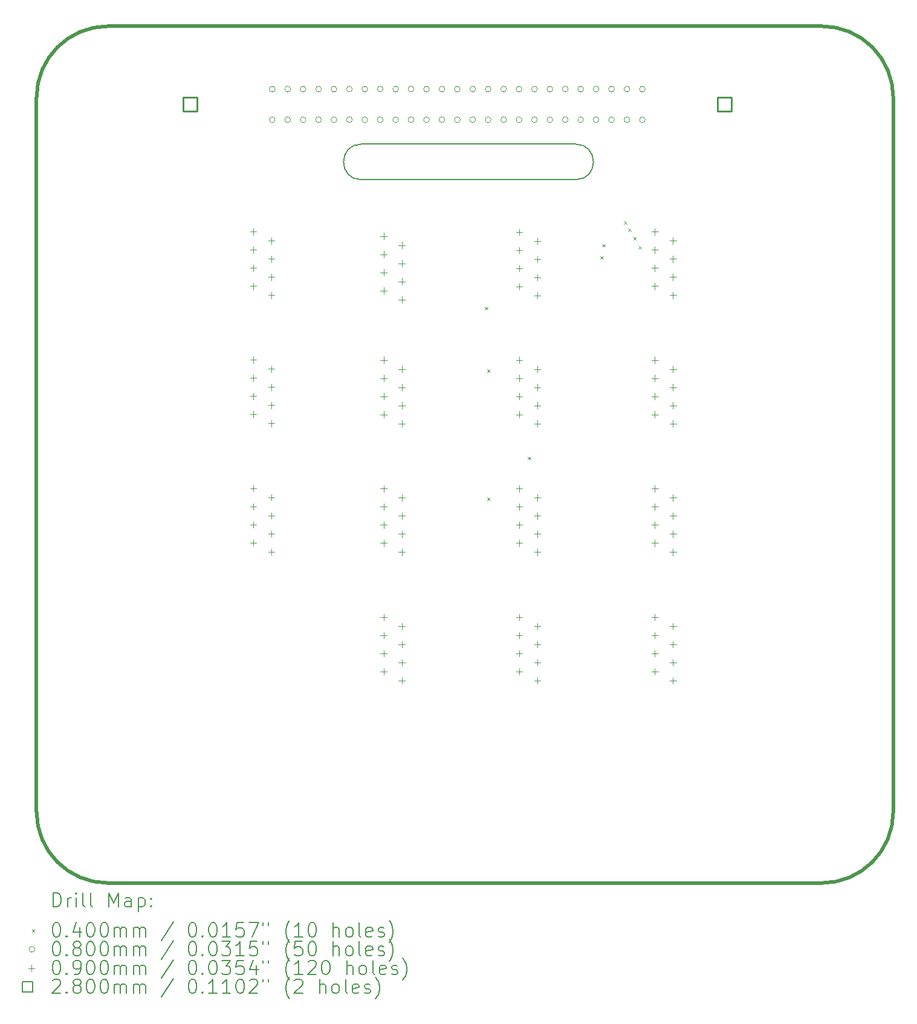
<source format=gbr>
%TF.GenerationSoftware,KiCad,Pcbnew,(6.0.11)*%
%TF.CreationDate,2024-04-14T00:07:31+01:00*%
%TF.ProjectId,RJ21_RJ45_PRIMARY_BREAKOUT,524a3231-5f52-44a3-9435-5f5052494d41,rev?*%
%TF.SameCoordinates,Original*%
%TF.FileFunction,Drillmap*%
%TF.FilePolarity,Positive*%
%FSLAX45Y45*%
G04 Gerber Fmt 4.5, Leading zero omitted, Abs format (unit mm)*
G04 Created by KiCad (PCBNEW (6.0.11)) date 2024-04-14 00:07:31*
%MOMM*%
%LPD*%
G01*
G04 APERTURE LIST*
%ADD10C,0.500000*%
%ADD11C,0.150000*%
%ADD12C,0.200000*%
%ADD13C,0.040000*%
%ADD14C,0.080000*%
%ADD15C,0.090000*%
%ADD16C,0.280000*%
G04 APERTURE END LIST*
D10*
X11000000Y-5000000D02*
X21000000Y-5000000D01*
X10000000Y-6000000D02*
X10000000Y-16000000D01*
X22000000Y-6000000D02*
X22000000Y-16000000D01*
X21000000Y-17000000D02*
X11000000Y-17000000D01*
X10000000Y-16000000D02*
G75*
G03*
X11000000Y-17000000I1000000J0D01*
G01*
X21000000Y-17000000D02*
G75*
G03*
X22000000Y-16000000I0J1000000D01*
G01*
X22000000Y-6000000D02*
G75*
G03*
X21000000Y-5000000I-1000000J0D01*
G01*
D11*
X14550000Y-7150000D02*
X17550000Y-7150000D01*
X17550000Y-7150000D02*
G75*
G03*
X17550000Y-6650000I0J250000D01*
G01*
D10*
X11000000Y-5000000D02*
G75*
G03*
X10000000Y-6000000I0J-1000000D01*
G01*
D11*
X14550000Y-6650000D02*
G75*
G03*
X14550000Y-7150000I0J-250000D01*
G01*
X14550000Y-6650000D02*
X17550000Y-6650000D01*
D12*
D13*
X16280000Y-8930000D02*
X16320000Y-8970000D01*
X16320000Y-8930000D02*
X16280000Y-8970000D01*
X16310000Y-9810000D02*
X16350000Y-9850000D01*
X16350000Y-9810000D02*
X16310000Y-9850000D01*
X16310000Y-11600000D02*
X16350000Y-11640000D01*
X16350000Y-11600000D02*
X16310000Y-11640000D01*
X16880000Y-11030000D02*
X16920000Y-11070000D01*
X16920000Y-11030000D02*
X16880000Y-11070000D01*
X17900000Y-8220000D02*
X17940000Y-8260000D01*
X17940000Y-8220000D02*
X17900000Y-8260000D01*
X17919999Y-8050000D02*
X17959999Y-8090000D01*
X17959999Y-8050000D02*
X17919999Y-8090000D01*
X18230000Y-7730000D02*
X18270000Y-7770000D01*
X18270000Y-7730000D02*
X18230000Y-7770000D01*
X18284999Y-7835887D02*
X18324999Y-7875887D01*
X18324999Y-7835887D02*
X18284999Y-7875887D01*
X18357499Y-7950711D02*
X18397499Y-7990711D01*
X18397499Y-7950711D02*
X18357499Y-7990711D01*
X18430000Y-8080000D02*
X18470000Y-8120000D01*
X18470000Y-8080000D02*
X18430000Y-8120000D01*
D14*
X13341995Y-5881000D02*
G75*
G03*
X13341995Y-5881000I-40000J0D01*
G01*
X13341995Y-6310000D02*
G75*
G03*
X13341995Y-6310000I-40000J0D01*
G01*
X13557995Y-5881000D02*
G75*
G03*
X13557995Y-5881000I-40000J0D01*
G01*
X13557995Y-6310000D02*
G75*
G03*
X13557995Y-6310000I-40000J0D01*
G01*
X13773995Y-5881000D02*
G75*
G03*
X13773995Y-5881000I-40000J0D01*
G01*
X13773995Y-6310000D02*
G75*
G03*
X13773995Y-6310000I-40000J0D01*
G01*
X13989996Y-5881000D02*
G75*
G03*
X13989996Y-5881000I-40000J0D01*
G01*
X13989996Y-6310000D02*
G75*
G03*
X13989996Y-6310000I-40000J0D01*
G01*
X14205996Y-5881000D02*
G75*
G03*
X14205996Y-5881000I-40000J0D01*
G01*
X14205996Y-6310000D02*
G75*
G03*
X14205996Y-6310000I-40000J0D01*
G01*
X14421997Y-5881000D02*
G75*
G03*
X14421997Y-5881000I-40000J0D01*
G01*
X14421997Y-6310000D02*
G75*
G03*
X14421997Y-6310000I-40000J0D01*
G01*
X14637997Y-5881000D02*
G75*
G03*
X14637997Y-5881000I-40000J0D01*
G01*
X14637997Y-6310000D02*
G75*
G03*
X14637997Y-6310000I-40000J0D01*
G01*
X14853998Y-5881000D02*
G75*
G03*
X14853998Y-5881000I-40000J0D01*
G01*
X14853998Y-6310000D02*
G75*
G03*
X14853998Y-6310000I-40000J0D01*
G01*
X15069998Y-5881000D02*
G75*
G03*
X15069998Y-5881000I-40000J0D01*
G01*
X15069998Y-6310000D02*
G75*
G03*
X15069998Y-6310000I-40000J0D01*
G01*
X15285998Y-5881000D02*
G75*
G03*
X15285998Y-5881000I-40000J0D01*
G01*
X15285998Y-6310000D02*
G75*
G03*
X15285998Y-6310000I-40000J0D01*
G01*
X15501999Y-5881000D02*
G75*
G03*
X15501999Y-5881000I-40000J0D01*
G01*
X15501999Y-6310000D02*
G75*
G03*
X15501999Y-6310000I-40000J0D01*
G01*
X15717999Y-5881000D02*
G75*
G03*
X15717999Y-5881000I-40000J0D01*
G01*
X15717999Y-6310000D02*
G75*
G03*
X15717999Y-6310000I-40000J0D01*
G01*
X15934000Y-5881000D02*
G75*
G03*
X15934000Y-5881000I-40000J0D01*
G01*
X15934000Y-6310000D02*
G75*
G03*
X15934000Y-6310000I-40000J0D01*
G01*
X16150000Y-5881000D02*
G75*
G03*
X16150000Y-5881000I-40000J0D01*
G01*
X16150000Y-6310000D02*
G75*
G03*
X16150000Y-6310000I-40000J0D01*
G01*
X16366002Y-5881000D02*
G75*
G03*
X16366002Y-5881000I-40000J0D01*
G01*
X16366002Y-6310000D02*
G75*
G03*
X16366002Y-6310000I-40000J0D01*
G01*
X16582001Y-5881000D02*
G75*
G03*
X16582001Y-5881000I-40000J0D01*
G01*
X16582001Y-6310000D02*
G75*
G03*
X16582001Y-6310000I-40000J0D01*
G01*
X16798003Y-5881000D02*
G75*
G03*
X16798003Y-5881000I-40000J0D01*
G01*
X16798003Y-6310000D02*
G75*
G03*
X16798003Y-6310000I-40000J0D01*
G01*
X17014002Y-5881000D02*
G75*
G03*
X17014002Y-5881000I-40000J0D01*
G01*
X17014002Y-6310000D02*
G75*
G03*
X17014002Y-6310000I-40000J0D01*
G01*
X17230002Y-5881000D02*
G75*
G03*
X17230002Y-5881000I-40000J0D01*
G01*
X17230002Y-6310000D02*
G75*
G03*
X17230002Y-6310000I-40000J0D01*
G01*
X17446003Y-5881000D02*
G75*
G03*
X17446003Y-5881000I-40000J0D01*
G01*
X17446003Y-6310000D02*
G75*
G03*
X17446003Y-6310000I-40000J0D01*
G01*
X17662003Y-5881000D02*
G75*
G03*
X17662003Y-5881000I-40000J0D01*
G01*
X17662003Y-6310000D02*
G75*
G03*
X17662003Y-6310000I-40000J0D01*
G01*
X17878003Y-5881000D02*
G75*
G03*
X17878003Y-5881000I-40000J0D01*
G01*
X17878003Y-6310000D02*
G75*
G03*
X17878003Y-6310000I-40000J0D01*
G01*
X18094003Y-5881000D02*
G75*
G03*
X18094003Y-5881000I-40000J0D01*
G01*
X18094003Y-6310000D02*
G75*
G03*
X18094003Y-6310000I-40000J0D01*
G01*
X18310003Y-5881000D02*
G75*
G03*
X18310003Y-5881000I-40000J0D01*
G01*
X18310003Y-6310000D02*
G75*
G03*
X18310003Y-6310000I-40000J0D01*
G01*
X18526004Y-5881000D02*
G75*
G03*
X18526004Y-5881000I-40000J0D01*
G01*
X18526004Y-6310000D02*
G75*
G03*
X18526004Y-6310000I-40000J0D01*
G01*
D15*
X13035000Y-7834270D02*
X13035000Y-7924270D01*
X12990000Y-7879270D02*
X13080000Y-7879270D01*
X13035000Y-8088270D02*
X13035000Y-8178270D01*
X12990000Y-8133270D02*
X13080000Y-8133270D01*
X13035000Y-8342270D02*
X13035000Y-8432270D01*
X12990000Y-8387270D02*
X13080000Y-8387270D01*
X13035000Y-8596270D02*
X13035000Y-8686270D01*
X12990000Y-8641270D02*
X13080000Y-8641270D01*
X13035000Y-9627270D02*
X13035000Y-9717270D01*
X12990000Y-9672270D02*
X13080000Y-9672270D01*
X13035000Y-9881270D02*
X13035000Y-9971270D01*
X12990000Y-9926270D02*
X13080000Y-9926270D01*
X13035000Y-10135270D02*
X13035000Y-10225270D01*
X12990000Y-10180270D02*
X13080000Y-10180270D01*
X13035000Y-10389270D02*
X13035000Y-10479270D01*
X12990000Y-10434270D02*
X13080000Y-10434270D01*
X13035000Y-11427270D02*
X13035000Y-11517270D01*
X12990000Y-11472270D02*
X13080000Y-11472270D01*
X13035000Y-11681270D02*
X13035000Y-11771270D01*
X12990000Y-11726270D02*
X13080000Y-11726270D01*
X13035000Y-11935270D02*
X13035000Y-12025270D01*
X12990000Y-11980270D02*
X13080000Y-11980270D01*
X13035000Y-12189270D02*
X13035000Y-12279270D01*
X12990000Y-12234270D02*
X13080000Y-12234270D01*
X13288999Y-7961269D02*
X13288999Y-8051269D01*
X13243999Y-8006269D02*
X13333999Y-8006269D01*
X13288999Y-8215270D02*
X13288999Y-8305270D01*
X13243999Y-8260270D02*
X13333999Y-8260270D01*
X13288999Y-8469270D02*
X13288999Y-8559270D01*
X13243999Y-8514270D02*
X13333999Y-8514270D01*
X13288999Y-8723270D02*
X13288999Y-8813270D01*
X13243999Y-8768270D02*
X13333999Y-8768270D01*
X13288999Y-9754270D02*
X13288999Y-9844270D01*
X13243999Y-9799270D02*
X13333999Y-9799270D01*
X13288999Y-10008270D02*
X13288999Y-10098270D01*
X13243999Y-10053270D02*
X13333999Y-10053270D01*
X13288999Y-10262270D02*
X13288999Y-10352270D01*
X13243999Y-10307270D02*
X13333999Y-10307270D01*
X13288999Y-10516270D02*
X13288999Y-10606270D01*
X13243999Y-10561270D02*
X13333999Y-10561270D01*
X13288999Y-11554269D02*
X13288999Y-11644269D01*
X13243999Y-11599269D02*
X13333999Y-11599269D01*
X13288999Y-11808270D02*
X13288999Y-11898270D01*
X13243999Y-11853270D02*
X13333999Y-11853270D01*
X13288999Y-12062270D02*
X13288999Y-12152270D01*
X13243999Y-12107270D02*
X13333999Y-12107270D01*
X13288999Y-12316270D02*
X13288999Y-12406270D01*
X13243999Y-12361270D02*
X13333999Y-12361270D01*
X14861001Y-7894865D02*
X14861001Y-7984865D01*
X14816001Y-7939865D02*
X14906001Y-7939865D01*
X14861001Y-8148865D02*
X14861001Y-8238865D01*
X14816001Y-8193865D02*
X14906001Y-8193865D01*
X14861001Y-8402866D02*
X14861001Y-8492866D01*
X14816001Y-8447866D02*
X14906001Y-8447866D01*
X14861001Y-8656866D02*
X14861001Y-8746866D01*
X14816001Y-8701866D02*
X14906001Y-8701866D01*
X14861001Y-9632000D02*
X14861001Y-9722000D01*
X14816001Y-9677000D02*
X14906001Y-9677000D01*
X14861001Y-9886001D02*
X14861001Y-9976001D01*
X14816001Y-9931001D02*
X14906001Y-9931001D01*
X14861001Y-10140001D02*
X14861001Y-10230001D01*
X14816001Y-10185001D02*
X14906001Y-10185001D01*
X14861001Y-10394001D02*
X14861001Y-10484001D01*
X14816001Y-10439001D02*
X14906001Y-10439001D01*
X14861001Y-11432000D02*
X14861001Y-11522000D01*
X14816001Y-11477000D02*
X14906001Y-11477000D01*
X14861001Y-11686000D02*
X14861001Y-11776000D01*
X14816001Y-11731000D02*
X14906001Y-11731000D01*
X14861001Y-11940001D02*
X14861001Y-12030001D01*
X14816001Y-11985001D02*
X14906001Y-11985001D01*
X14861001Y-12194001D02*
X14861001Y-12284001D01*
X14816001Y-12239001D02*
X14906001Y-12239001D01*
X14861001Y-13232000D02*
X14861001Y-13322000D01*
X14816001Y-13277000D02*
X14906001Y-13277000D01*
X14861001Y-13486000D02*
X14861001Y-13576000D01*
X14816001Y-13531000D02*
X14906001Y-13531000D01*
X14861001Y-13740001D02*
X14861001Y-13830001D01*
X14816001Y-13785001D02*
X14906001Y-13785001D01*
X14861001Y-13994001D02*
X14861001Y-14084001D01*
X14816001Y-14039001D02*
X14906001Y-14039001D01*
X15115000Y-8021865D02*
X15115000Y-8111865D01*
X15070000Y-8066865D02*
X15160000Y-8066865D01*
X15115000Y-8275865D02*
X15115000Y-8365865D01*
X15070000Y-8320865D02*
X15160000Y-8320865D01*
X15115000Y-8529865D02*
X15115000Y-8619865D01*
X15070000Y-8574865D02*
X15160000Y-8574865D01*
X15115000Y-8783865D02*
X15115000Y-8873865D01*
X15070000Y-8828865D02*
X15160000Y-8828865D01*
X15115000Y-9759000D02*
X15115000Y-9849000D01*
X15070000Y-9804000D02*
X15160000Y-9804000D01*
X15115000Y-10013000D02*
X15115000Y-10103000D01*
X15070000Y-10058000D02*
X15160000Y-10058000D01*
X15115000Y-10267000D02*
X15115000Y-10357000D01*
X15070000Y-10312000D02*
X15160000Y-10312000D01*
X15115000Y-10521000D02*
X15115000Y-10611000D01*
X15070000Y-10566000D02*
X15160000Y-10566000D01*
X15115000Y-11559000D02*
X15115000Y-11649000D01*
X15070000Y-11604000D02*
X15160000Y-11604000D01*
X15115000Y-11813000D02*
X15115000Y-11903000D01*
X15070000Y-11858000D02*
X15160000Y-11858000D01*
X15115000Y-12067000D02*
X15115000Y-12157000D01*
X15070000Y-12112000D02*
X15160000Y-12112000D01*
X15115000Y-12321000D02*
X15115000Y-12411000D01*
X15070000Y-12366000D02*
X15160000Y-12366000D01*
X15115000Y-13359000D02*
X15115000Y-13449000D01*
X15070000Y-13404000D02*
X15160000Y-13404000D01*
X15115000Y-13613000D02*
X15115000Y-13703000D01*
X15070000Y-13658000D02*
X15160000Y-13658000D01*
X15115000Y-13867000D02*
X15115000Y-13957000D01*
X15070000Y-13912000D02*
X15160000Y-13912000D01*
X15115000Y-14121000D02*
X15115000Y-14211000D01*
X15070000Y-14166000D02*
X15160000Y-14166000D01*
X16761001Y-7839000D02*
X16761001Y-7929000D01*
X16716001Y-7884000D02*
X16806001Y-7884000D01*
X16761001Y-8093000D02*
X16761001Y-8183000D01*
X16716001Y-8138000D02*
X16806001Y-8138000D01*
X16761001Y-8347001D02*
X16761001Y-8437001D01*
X16716001Y-8392001D02*
X16806001Y-8392001D01*
X16761001Y-8601001D02*
X16761001Y-8691001D01*
X16716001Y-8646001D02*
X16806001Y-8646001D01*
X16761001Y-9632000D02*
X16761001Y-9722000D01*
X16716001Y-9677000D02*
X16806001Y-9677000D01*
X16761001Y-9886001D02*
X16761001Y-9976001D01*
X16716001Y-9931001D02*
X16806001Y-9931001D01*
X16761001Y-10140001D02*
X16761001Y-10230001D01*
X16716001Y-10185001D02*
X16806001Y-10185001D01*
X16761001Y-10394001D02*
X16761001Y-10484001D01*
X16716001Y-10439001D02*
X16806001Y-10439001D01*
X16761001Y-11432000D02*
X16761001Y-11522000D01*
X16716001Y-11477000D02*
X16806001Y-11477000D01*
X16761001Y-11686000D02*
X16761001Y-11776000D01*
X16716001Y-11731000D02*
X16806001Y-11731000D01*
X16761001Y-11940001D02*
X16761001Y-12030001D01*
X16716001Y-11985001D02*
X16806001Y-11985001D01*
X16761001Y-12194001D02*
X16761001Y-12284001D01*
X16716001Y-12239001D02*
X16806001Y-12239001D01*
X16761001Y-13232000D02*
X16761001Y-13322000D01*
X16716001Y-13277000D02*
X16806001Y-13277000D01*
X16761001Y-13486000D02*
X16761001Y-13576000D01*
X16716001Y-13531000D02*
X16806001Y-13531000D01*
X16761001Y-13740001D02*
X16761001Y-13830001D01*
X16716001Y-13785001D02*
X16806001Y-13785001D01*
X16761001Y-13994001D02*
X16761001Y-14084001D01*
X16716001Y-14039001D02*
X16806001Y-14039001D01*
X17015000Y-7966000D02*
X17015000Y-8056000D01*
X16970000Y-8011000D02*
X17060000Y-8011000D01*
X17015000Y-8220000D02*
X17015000Y-8310000D01*
X16970000Y-8265000D02*
X17060000Y-8265000D01*
X17015000Y-8474000D02*
X17015000Y-8564000D01*
X16970000Y-8519000D02*
X17060000Y-8519000D01*
X17015000Y-8728000D02*
X17015000Y-8818000D01*
X16970000Y-8773000D02*
X17060000Y-8773000D01*
X17015000Y-9759000D02*
X17015000Y-9849000D01*
X16970000Y-9804000D02*
X17060000Y-9804000D01*
X17015000Y-10013000D02*
X17015000Y-10103000D01*
X16970000Y-10058000D02*
X17060000Y-10058000D01*
X17015000Y-10267000D02*
X17015000Y-10357000D01*
X16970000Y-10312000D02*
X17060000Y-10312000D01*
X17015000Y-10521000D02*
X17015000Y-10611000D01*
X16970000Y-10566000D02*
X17060000Y-10566000D01*
X17015000Y-11559000D02*
X17015000Y-11649000D01*
X16970000Y-11604000D02*
X17060000Y-11604000D01*
X17015000Y-11813000D02*
X17015000Y-11903000D01*
X16970000Y-11858000D02*
X17060000Y-11858000D01*
X17015000Y-12067000D02*
X17015000Y-12157000D01*
X16970000Y-12112000D02*
X17060000Y-12112000D01*
X17015000Y-12321000D02*
X17015000Y-12411000D01*
X16970000Y-12366000D02*
X17060000Y-12366000D01*
X17015000Y-13359000D02*
X17015000Y-13449000D01*
X16970000Y-13404000D02*
X17060000Y-13404000D01*
X17015000Y-13613000D02*
X17015000Y-13703000D01*
X16970000Y-13658000D02*
X17060000Y-13658000D01*
X17015000Y-13867000D02*
X17015000Y-13957000D01*
X16970000Y-13912000D02*
X17060000Y-13912000D01*
X17015000Y-14121000D02*
X17015000Y-14211000D01*
X16970000Y-14166000D02*
X17060000Y-14166000D01*
X18661001Y-7832000D02*
X18661001Y-7922000D01*
X18616001Y-7877000D02*
X18706001Y-7877000D01*
X18661001Y-8086000D02*
X18661001Y-8176000D01*
X18616001Y-8131000D02*
X18706001Y-8131000D01*
X18661001Y-8340001D02*
X18661001Y-8430001D01*
X18616001Y-8385001D02*
X18706001Y-8385001D01*
X18661001Y-8594001D02*
X18661001Y-8684001D01*
X18616001Y-8639001D02*
X18706001Y-8639001D01*
X18661001Y-9632000D02*
X18661001Y-9722000D01*
X18616001Y-9677000D02*
X18706001Y-9677000D01*
X18661001Y-9886001D02*
X18661001Y-9976001D01*
X18616001Y-9931001D02*
X18706001Y-9931001D01*
X18661001Y-10140001D02*
X18661001Y-10230001D01*
X18616001Y-10185001D02*
X18706001Y-10185001D01*
X18661001Y-10394001D02*
X18661001Y-10484001D01*
X18616001Y-10439001D02*
X18706001Y-10439001D01*
X18661001Y-11432000D02*
X18661001Y-11522000D01*
X18616001Y-11477000D02*
X18706001Y-11477000D01*
X18661001Y-11686000D02*
X18661001Y-11776000D01*
X18616001Y-11731000D02*
X18706001Y-11731000D01*
X18661001Y-11940001D02*
X18661001Y-12030001D01*
X18616001Y-11985001D02*
X18706001Y-11985001D01*
X18661001Y-12194001D02*
X18661001Y-12284001D01*
X18616001Y-12239001D02*
X18706001Y-12239001D01*
X18661001Y-13232000D02*
X18661001Y-13322000D01*
X18616001Y-13277000D02*
X18706001Y-13277000D01*
X18661001Y-13486000D02*
X18661001Y-13576000D01*
X18616001Y-13531000D02*
X18706001Y-13531000D01*
X18661001Y-13740001D02*
X18661001Y-13830001D01*
X18616001Y-13785001D02*
X18706001Y-13785001D01*
X18661001Y-13994001D02*
X18661001Y-14084001D01*
X18616001Y-14039001D02*
X18706001Y-14039001D01*
X18915000Y-7959000D02*
X18915000Y-8049000D01*
X18870000Y-8004000D02*
X18960000Y-8004000D01*
X18915000Y-8213000D02*
X18915000Y-8303000D01*
X18870000Y-8258000D02*
X18960000Y-8258000D01*
X18915000Y-8467000D02*
X18915000Y-8557000D01*
X18870000Y-8512000D02*
X18960000Y-8512000D01*
X18915000Y-8721000D02*
X18915000Y-8811000D01*
X18870000Y-8766000D02*
X18960000Y-8766000D01*
X18915000Y-9759000D02*
X18915000Y-9849000D01*
X18870000Y-9804000D02*
X18960000Y-9804000D01*
X18915000Y-10013000D02*
X18915000Y-10103000D01*
X18870000Y-10058000D02*
X18960000Y-10058000D01*
X18915000Y-10267000D02*
X18915000Y-10357000D01*
X18870000Y-10312000D02*
X18960000Y-10312000D01*
X18915000Y-10521000D02*
X18915000Y-10611000D01*
X18870000Y-10566000D02*
X18960000Y-10566000D01*
X18915000Y-11559000D02*
X18915000Y-11649000D01*
X18870000Y-11604000D02*
X18960000Y-11604000D01*
X18915000Y-11813000D02*
X18915000Y-11903000D01*
X18870000Y-11858000D02*
X18960000Y-11858000D01*
X18915000Y-12067000D02*
X18915000Y-12157000D01*
X18870000Y-12112000D02*
X18960000Y-12112000D01*
X18915000Y-12321000D02*
X18915000Y-12411000D01*
X18870000Y-12366000D02*
X18960000Y-12366000D01*
X18915000Y-13359000D02*
X18915000Y-13449000D01*
X18870000Y-13404000D02*
X18960000Y-13404000D01*
X18915000Y-13613000D02*
X18915000Y-13703000D01*
X18870000Y-13658000D02*
X18960000Y-13658000D01*
X18915000Y-13867000D02*
X18915000Y-13957000D01*
X18870000Y-13912000D02*
X18960000Y-13912000D01*
X18915000Y-14121000D02*
X18915000Y-14211000D01*
X18870000Y-14166000D02*
X18960000Y-14166000D01*
D16*
X12250495Y-6194495D02*
X12250495Y-5996504D01*
X12052503Y-5996504D01*
X12052503Y-6194495D01*
X12250495Y-6194495D01*
X19735495Y-6194495D02*
X19735495Y-5996504D01*
X19537504Y-5996504D01*
X19537504Y-6194495D01*
X19735495Y-6194495D01*
D12*
X10232619Y-17335476D02*
X10232619Y-17135476D01*
X10280238Y-17135476D01*
X10308810Y-17145000D01*
X10327857Y-17164048D01*
X10337381Y-17183095D01*
X10346905Y-17221190D01*
X10346905Y-17249762D01*
X10337381Y-17287857D01*
X10327857Y-17306905D01*
X10308810Y-17325952D01*
X10280238Y-17335476D01*
X10232619Y-17335476D01*
X10432619Y-17335476D02*
X10432619Y-17202143D01*
X10432619Y-17240238D02*
X10442143Y-17221190D01*
X10451667Y-17211667D01*
X10470714Y-17202143D01*
X10489762Y-17202143D01*
X10556429Y-17335476D02*
X10556429Y-17202143D01*
X10556429Y-17135476D02*
X10546905Y-17145000D01*
X10556429Y-17154524D01*
X10565952Y-17145000D01*
X10556429Y-17135476D01*
X10556429Y-17154524D01*
X10680238Y-17335476D02*
X10661190Y-17325952D01*
X10651667Y-17306905D01*
X10651667Y-17135476D01*
X10785000Y-17335476D02*
X10765952Y-17325952D01*
X10756429Y-17306905D01*
X10756429Y-17135476D01*
X11013571Y-17335476D02*
X11013571Y-17135476D01*
X11080238Y-17278333D01*
X11146905Y-17135476D01*
X11146905Y-17335476D01*
X11327857Y-17335476D02*
X11327857Y-17230714D01*
X11318333Y-17211667D01*
X11299286Y-17202143D01*
X11261190Y-17202143D01*
X11242143Y-17211667D01*
X11327857Y-17325952D02*
X11308809Y-17335476D01*
X11261190Y-17335476D01*
X11242143Y-17325952D01*
X11232619Y-17306905D01*
X11232619Y-17287857D01*
X11242143Y-17268810D01*
X11261190Y-17259286D01*
X11308809Y-17259286D01*
X11327857Y-17249762D01*
X11423095Y-17202143D02*
X11423095Y-17402143D01*
X11423095Y-17211667D02*
X11442143Y-17202143D01*
X11480238Y-17202143D01*
X11499286Y-17211667D01*
X11508809Y-17221190D01*
X11518333Y-17240238D01*
X11518333Y-17297381D01*
X11508809Y-17316429D01*
X11499286Y-17325952D01*
X11480238Y-17335476D01*
X11442143Y-17335476D01*
X11423095Y-17325952D01*
X11604048Y-17316429D02*
X11613571Y-17325952D01*
X11604048Y-17335476D01*
X11594524Y-17325952D01*
X11604048Y-17316429D01*
X11604048Y-17335476D01*
X11604048Y-17211667D02*
X11613571Y-17221190D01*
X11604048Y-17230714D01*
X11594524Y-17221190D01*
X11604048Y-17211667D01*
X11604048Y-17230714D01*
D13*
X9935000Y-17645000D02*
X9975000Y-17685000D01*
X9975000Y-17645000D02*
X9935000Y-17685000D01*
D12*
X10270714Y-17555476D02*
X10289762Y-17555476D01*
X10308810Y-17565000D01*
X10318333Y-17574524D01*
X10327857Y-17593571D01*
X10337381Y-17631667D01*
X10337381Y-17679286D01*
X10327857Y-17717381D01*
X10318333Y-17736429D01*
X10308810Y-17745952D01*
X10289762Y-17755476D01*
X10270714Y-17755476D01*
X10251667Y-17745952D01*
X10242143Y-17736429D01*
X10232619Y-17717381D01*
X10223095Y-17679286D01*
X10223095Y-17631667D01*
X10232619Y-17593571D01*
X10242143Y-17574524D01*
X10251667Y-17565000D01*
X10270714Y-17555476D01*
X10423095Y-17736429D02*
X10432619Y-17745952D01*
X10423095Y-17755476D01*
X10413571Y-17745952D01*
X10423095Y-17736429D01*
X10423095Y-17755476D01*
X10604048Y-17622143D02*
X10604048Y-17755476D01*
X10556429Y-17545952D02*
X10508810Y-17688810D01*
X10632619Y-17688810D01*
X10746905Y-17555476D02*
X10765952Y-17555476D01*
X10785000Y-17565000D01*
X10794524Y-17574524D01*
X10804048Y-17593571D01*
X10813571Y-17631667D01*
X10813571Y-17679286D01*
X10804048Y-17717381D01*
X10794524Y-17736429D01*
X10785000Y-17745952D01*
X10765952Y-17755476D01*
X10746905Y-17755476D01*
X10727857Y-17745952D01*
X10718333Y-17736429D01*
X10708810Y-17717381D01*
X10699286Y-17679286D01*
X10699286Y-17631667D01*
X10708810Y-17593571D01*
X10718333Y-17574524D01*
X10727857Y-17565000D01*
X10746905Y-17555476D01*
X10937381Y-17555476D02*
X10956429Y-17555476D01*
X10975476Y-17565000D01*
X10985000Y-17574524D01*
X10994524Y-17593571D01*
X11004048Y-17631667D01*
X11004048Y-17679286D01*
X10994524Y-17717381D01*
X10985000Y-17736429D01*
X10975476Y-17745952D01*
X10956429Y-17755476D01*
X10937381Y-17755476D01*
X10918333Y-17745952D01*
X10908810Y-17736429D01*
X10899286Y-17717381D01*
X10889762Y-17679286D01*
X10889762Y-17631667D01*
X10899286Y-17593571D01*
X10908810Y-17574524D01*
X10918333Y-17565000D01*
X10937381Y-17555476D01*
X11089762Y-17755476D02*
X11089762Y-17622143D01*
X11089762Y-17641190D02*
X11099286Y-17631667D01*
X11118333Y-17622143D01*
X11146905Y-17622143D01*
X11165952Y-17631667D01*
X11175476Y-17650714D01*
X11175476Y-17755476D01*
X11175476Y-17650714D02*
X11185000Y-17631667D01*
X11204048Y-17622143D01*
X11232619Y-17622143D01*
X11251667Y-17631667D01*
X11261190Y-17650714D01*
X11261190Y-17755476D01*
X11356428Y-17755476D02*
X11356428Y-17622143D01*
X11356428Y-17641190D02*
X11365952Y-17631667D01*
X11385000Y-17622143D01*
X11413571Y-17622143D01*
X11432619Y-17631667D01*
X11442143Y-17650714D01*
X11442143Y-17755476D01*
X11442143Y-17650714D02*
X11451667Y-17631667D01*
X11470714Y-17622143D01*
X11499286Y-17622143D01*
X11518333Y-17631667D01*
X11527857Y-17650714D01*
X11527857Y-17755476D01*
X11918333Y-17545952D02*
X11746905Y-17803095D01*
X12175476Y-17555476D02*
X12194524Y-17555476D01*
X12213571Y-17565000D01*
X12223095Y-17574524D01*
X12232619Y-17593571D01*
X12242143Y-17631667D01*
X12242143Y-17679286D01*
X12232619Y-17717381D01*
X12223095Y-17736429D01*
X12213571Y-17745952D01*
X12194524Y-17755476D01*
X12175476Y-17755476D01*
X12156428Y-17745952D01*
X12146905Y-17736429D01*
X12137381Y-17717381D01*
X12127857Y-17679286D01*
X12127857Y-17631667D01*
X12137381Y-17593571D01*
X12146905Y-17574524D01*
X12156428Y-17565000D01*
X12175476Y-17555476D01*
X12327857Y-17736429D02*
X12337381Y-17745952D01*
X12327857Y-17755476D01*
X12318333Y-17745952D01*
X12327857Y-17736429D01*
X12327857Y-17755476D01*
X12461190Y-17555476D02*
X12480238Y-17555476D01*
X12499286Y-17565000D01*
X12508809Y-17574524D01*
X12518333Y-17593571D01*
X12527857Y-17631667D01*
X12527857Y-17679286D01*
X12518333Y-17717381D01*
X12508809Y-17736429D01*
X12499286Y-17745952D01*
X12480238Y-17755476D01*
X12461190Y-17755476D01*
X12442143Y-17745952D01*
X12432619Y-17736429D01*
X12423095Y-17717381D01*
X12413571Y-17679286D01*
X12413571Y-17631667D01*
X12423095Y-17593571D01*
X12432619Y-17574524D01*
X12442143Y-17565000D01*
X12461190Y-17555476D01*
X12718333Y-17755476D02*
X12604048Y-17755476D01*
X12661190Y-17755476D02*
X12661190Y-17555476D01*
X12642143Y-17584048D01*
X12623095Y-17603095D01*
X12604048Y-17612619D01*
X12899286Y-17555476D02*
X12804048Y-17555476D01*
X12794524Y-17650714D01*
X12804048Y-17641190D01*
X12823095Y-17631667D01*
X12870714Y-17631667D01*
X12889762Y-17641190D01*
X12899286Y-17650714D01*
X12908809Y-17669762D01*
X12908809Y-17717381D01*
X12899286Y-17736429D01*
X12889762Y-17745952D01*
X12870714Y-17755476D01*
X12823095Y-17755476D01*
X12804048Y-17745952D01*
X12794524Y-17736429D01*
X12975476Y-17555476D02*
X13108809Y-17555476D01*
X13023095Y-17755476D01*
X13175476Y-17555476D02*
X13175476Y-17593571D01*
X13251667Y-17555476D02*
X13251667Y-17593571D01*
X13546905Y-17831667D02*
X13537381Y-17822143D01*
X13518333Y-17793571D01*
X13508809Y-17774524D01*
X13499286Y-17745952D01*
X13489762Y-17698333D01*
X13489762Y-17660238D01*
X13499286Y-17612619D01*
X13508809Y-17584048D01*
X13518333Y-17565000D01*
X13537381Y-17536429D01*
X13546905Y-17526905D01*
X13727857Y-17755476D02*
X13613571Y-17755476D01*
X13670714Y-17755476D02*
X13670714Y-17555476D01*
X13651667Y-17584048D01*
X13632619Y-17603095D01*
X13613571Y-17612619D01*
X13851667Y-17555476D02*
X13870714Y-17555476D01*
X13889762Y-17565000D01*
X13899286Y-17574524D01*
X13908809Y-17593571D01*
X13918333Y-17631667D01*
X13918333Y-17679286D01*
X13908809Y-17717381D01*
X13899286Y-17736429D01*
X13889762Y-17745952D01*
X13870714Y-17755476D01*
X13851667Y-17755476D01*
X13832619Y-17745952D01*
X13823095Y-17736429D01*
X13813571Y-17717381D01*
X13804048Y-17679286D01*
X13804048Y-17631667D01*
X13813571Y-17593571D01*
X13823095Y-17574524D01*
X13832619Y-17565000D01*
X13851667Y-17555476D01*
X14156428Y-17755476D02*
X14156428Y-17555476D01*
X14242143Y-17755476D02*
X14242143Y-17650714D01*
X14232619Y-17631667D01*
X14213571Y-17622143D01*
X14185000Y-17622143D01*
X14165952Y-17631667D01*
X14156428Y-17641190D01*
X14365952Y-17755476D02*
X14346905Y-17745952D01*
X14337381Y-17736429D01*
X14327857Y-17717381D01*
X14327857Y-17660238D01*
X14337381Y-17641190D01*
X14346905Y-17631667D01*
X14365952Y-17622143D01*
X14394524Y-17622143D01*
X14413571Y-17631667D01*
X14423095Y-17641190D01*
X14432619Y-17660238D01*
X14432619Y-17717381D01*
X14423095Y-17736429D01*
X14413571Y-17745952D01*
X14394524Y-17755476D01*
X14365952Y-17755476D01*
X14546905Y-17755476D02*
X14527857Y-17745952D01*
X14518333Y-17726905D01*
X14518333Y-17555476D01*
X14699286Y-17745952D02*
X14680238Y-17755476D01*
X14642143Y-17755476D01*
X14623095Y-17745952D01*
X14613571Y-17726905D01*
X14613571Y-17650714D01*
X14623095Y-17631667D01*
X14642143Y-17622143D01*
X14680238Y-17622143D01*
X14699286Y-17631667D01*
X14708809Y-17650714D01*
X14708809Y-17669762D01*
X14613571Y-17688810D01*
X14785000Y-17745952D02*
X14804048Y-17755476D01*
X14842143Y-17755476D01*
X14861190Y-17745952D01*
X14870714Y-17726905D01*
X14870714Y-17717381D01*
X14861190Y-17698333D01*
X14842143Y-17688810D01*
X14813571Y-17688810D01*
X14794524Y-17679286D01*
X14785000Y-17660238D01*
X14785000Y-17650714D01*
X14794524Y-17631667D01*
X14813571Y-17622143D01*
X14842143Y-17622143D01*
X14861190Y-17631667D01*
X14937381Y-17831667D02*
X14946905Y-17822143D01*
X14965952Y-17793571D01*
X14975476Y-17774524D01*
X14985000Y-17745952D01*
X14994524Y-17698333D01*
X14994524Y-17660238D01*
X14985000Y-17612619D01*
X14975476Y-17584048D01*
X14965952Y-17565000D01*
X14946905Y-17536429D01*
X14937381Y-17526905D01*
D14*
X9975000Y-17929000D02*
G75*
G03*
X9975000Y-17929000I-40000J0D01*
G01*
D12*
X10270714Y-17819476D02*
X10289762Y-17819476D01*
X10308810Y-17829000D01*
X10318333Y-17838524D01*
X10327857Y-17857571D01*
X10337381Y-17895667D01*
X10337381Y-17943286D01*
X10327857Y-17981381D01*
X10318333Y-18000429D01*
X10308810Y-18009952D01*
X10289762Y-18019476D01*
X10270714Y-18019476D01*
X10251667Y-18009952D01*
X10242143Y-18000429D01*
X10232619Y-17981381D01*
X10223095Y-17943286D01*
X10223095Y-17895667D01*
X10232619Y-17857571D01*
X10242143Y-17838524D01*
X10251667Y-17829000D01*
X10270714Y-17819476D01*
X10423095Y-18000429D02*
X10432619Y-18009952D01*
X10423095Y-18019476D01*
X10413571Y-18009952D01*
X10423095Y-18000429D01*
X10423095Y-18019476D01*
X10546905Y-17905190D02*
X10527857Y-17895667D01*
X10518333Y-17886143D01*
X10508810Y-17867095D01*
X10508810Y-17857571D01*
X10518333Y-17838524D01*
X10527857Y-17829000D01*
X10546905Y-17819476D01*
X10585000Y-17819476D01*
X10604048Y-17829000D01*
X10613571Y-17838524D01*
X10623095Y-17857571D01*
X10623095Y-17867095D01*
X10613571Y-17886143D01*
X10604048Y-17895667D01*
X10585000Y-17905190D01*
X10546905Y-17905190D01*
X10527857Y-17914714D01*
X10518333Y-17924238D01*
X10508810Y-17943286D01*
X10508810Y-17981381D01*
X10518333Y-18000429D01*
X10527857Y-18009952D01*
X10546905Y-18019476D01*
X10585000Y-18019476D01*
X10604048Y-18009952D01*
X10613571Y-18000429D01*
X10623095Y-17981381D01*
X10623095Y-17943286D01*
X10613571Y-17924238D01*
X10604048Y-17914714D01*
X10585000Y-17905190D01*
X10746905Y-17819476D02*
X10765952Y-17819476D01*
X10785000Y-17829000D01*
X10794524Y-17838524D01*
X10804048Y-17857571D01*
X10813571Y-17895667D01*
X10813571Y-17943286D01*
X10804048Y-17981381D01*
X10794524Y-18000429D01*
X10785000Y-18009952D01*
X10765952Y-18019476D01*
X10746905Y-18019476D01*
X10727857Y-18009952D01*
X10718333Y-18000429D01*
X10708810Y-17981381D01*
X10699286Y-17943286D01*
X10699286Y-17895667D01*
X10708810Y-17857571D01*
X10718333Y-17838524D01*
X10727857Y-17829000D01*
X10746905Y-17819476D01*
X10937381Y-17819476D02*
X10956429Y-17819476D01*
X10975476Y-17829000D01*
X10985000Y-17838524D01*
X10994524Y-17857571D01*
X11004048Y-17895667D01*
X11004048Y-17943286D01*
X10994524Y-17981381D01*
X10985000Y-18000429D01*
X10975476Y-18009952D01*
X10956429Y-18019476D01*
X10937381Y-18019476D01*
X10918333Y-18009952D01*
X10908810Y-18000429D01*
X10899286Y-17981381D01*
X10889762Y-17943286D01*
X10889762Y-17895667D01*
X10899286Y-17857571D01*
X10908810Y-17838524D01*
X10918333Y-17829000D01*
X10937381Y-17819476D01*
X11089762Y-18019476D02*
X11089762Y-17886143D01*
X11089762Y-17905190D02*
X11099286Y-17895667D01*
X11118333Y-17886143D01*
X11146905Y-17886143D01*
X11165952Y-17895667D01*
X11175476Y-17914714D01*
X11175476Y-18019476D01*
X11175476Y-17914714D02*
X11185000Y-17895667D01*
X11204048Y-17886143D01*
X11232619Y-17886143D01*
X11251667Y-17895667D01*
X11261190Y-17914714D01*
X11261190Y-18019476D01*
X11356428Y-18019476D02*
X11356428Y-17886143D01*
X11356428Y-17905190D02*
X11365952Y-17895667D01*
X11385000Y-17886143D01*
X11413571Y-17886143D01*
X11432619Y-17895667D01*
X11442143Y-17914714D01*
X11442143Y-18019476D01*
X11442143Y-17914714D02*
X11451667Y-17895667D01*
X11470714Y-17886143D01*
X11499286Y-17886143D01*
X11518333Y-17895667D01*
X11527857Y-17914714D01*
X11527857Y-18019476D01*
X11918333Y-17809952D02*
X11746905Y-18067095D01*
X12175476Y-17819476D02*
X12194524Y-17819476D01*
X12213571Y-17829000D01*
X12223095Y-17838524D01*
X12232619Y-17857571D01*
X12242143Y-17895667D01*
X12242143Y-17943286D01*
X12232619Y-17981381D01*
X12223095Y-18000429D01*
X12213571Y-18009952D01*
X12194524Y-18019476D01*
X12175476Y-18019476D01*
X12156428Y-18009952D01*
X12146905Y-18000429D01*
X12137381Y-17981381D01*
X12127857Y-17943286D01*
X12127857Y-17895667D01*
X12137381Y-17857571D01*
X12146905Y-17838524D01*
X12156428Y-17829000D01*
X12175476Y-17819476D01*
X12327857Y-18000429D02*
X12337381Y-18009952D01*
X12327857Y-18019476D01*
X12318333Y-18009952D01*
X12327857Y-18000429D01*
X12327857Y-18019476D01*
X12461190Y-17819476D02*
X12480238Y-17819476D01*
X12499286Y-17829000D01*
X12508809Y-17838524D01*
X12518333Y-17857571D01*
X12527857Y-17895667D01*
X12527857Y-17943286D01*
X12518333Y-17981381D01*
X12508809Y-18000429D01*
X12499286Y-18009952D01*
X12480238Y-18019476D01*
X12461190Y-18019476D01*
X12442143Y-18009952D01*
X12432619Y-18000429D01*
X12423095Y-17981381D01*
X12413571Y-17943286D01*
X12413571Y-17895667D01*
X12423095Y-17857571D01*
X12432619Y-17838524D01*
X12442143Y-17829000D01*
X12461190Y-17819476D01*
X12594524Y-17819476D02*
X12718333Y-17819476D01*
X12651667Y-17895667D01*
X12680238Y-17895667D01*
X12699286Y-17905190D01*
X12708809Y-17914714D01*
X12718333Y-17933762D01*
X12718333Y-17981381D01*
X12708809Y-18000429D01*
X12699286Y-18009952D01*
X12680238Y-18019476D01*
X12623095Y-18019476D01*
X12604048Y-18009952D01*
X12594524Y-18000429D01*
X12908809Y-18019476D02*
X12794524Y-18019476D01*
X12851667Y-18019476D02*
X12851667Y-17819476D01*
X12832619Y-17848048D01*
X12813571Y-17867095D01*
X12794524Y-17876619D01*
X13089762Y-17819476D02*
X12994524Y-17819476D01*
X12985000Y-17914714D01*
X12994524Y-17905190D01*
X13013571Y-17895667D01*
X13061190Y-17895667D01*
X13080238Y-17905190D01*
X13089762Y-17914714D01*
X13099286Y-17933762D01*
X13099286Y-17981381D01*
X13089762Y-18000429D01*
X13080238Y-18009952D01*
X13061190Y-18019476D01*
X13013571Y-18019476D01*
X12994524Y-18009952D01*
X12985000Y-18000429D01*
X13175476Y-17819476D02*
X13175476Y-17857571D01*
X13251667Y-17819476D02*
X13251667Y-17857571D01*
X13546905Y-18095667D02*
X13537381Y-18086143D01*
X13518333Y-18057571D01*
X13508809Y-18038524D01*
X13499286Y-18009952D01*
X13489762Y-17962333D01*
X13489762Y-17924238D01*
X13499286Y-17876619D01*
X13508809Y-17848048D01*
X13518333Y-17829000D01*
X13537381Y-17800429D01*
X13546905Y-17790905D01*
X13718333Y-17819476D02*
X13623095Y-17819476D01*
X13613571Y-17914714D01*
X13623095Y-17905190D01*
X13642143Y-17895667D01*
X13689762Y-17895667D01*
X13708809Y-17905190D01*
X13718333Y-17914714D01*
X13727857Y-17933762D01*
X13727857Y-17981381D01*
X13718333Y-18000429D01*
X13708809Y-18009952D01*
X13689762Y-18019476D01*
X13642143Y-18019476D01*
X13623095Y-18009952D01*
X13613571Y-18000429D01*
X13851667Y-17819476D02*
X13870714Y-17819476D01*
X13889762Y-17829000D01*
X13899286Y-17838524D01*
X13908809Y-17857571D01*
X13918333Y-17895667D01*
X13918333Y-17943286D01*
X13908809Y-17981381D01*
X13899286Y-18000429D01*
X13889762Y-18009952D01*
X13870714Y-18019476D01*
X13851667Y-18019476D01*
X13832619Y-18009952D01*
X13823095Y-18000429D01*
X13813571Y-17981381D01*
X13804048Y-17943286D01*
X13804048Y-17895667D01*
X13813571Y-17857571D01*
X13823095Y-17838524D01*
X13832619Y-17829000D01*
X13851667Y-17819476D01*
X14156428Y-18019476D02*
X14156428Y-17819476D01*
X14242143Y-18019476D02*
X14242143Y-17914714D01*
X14232619Y-17895667D01*
X14213571Y-17886143D01*
X14185000Y-17886143D01*
X14165952Y-17895667D01*
X14156428Y-17905190D01*
X14365952Y-18019476D02*
X14346905Y-18009952D01*
X14337381Y-18000429D01*
X14327857Y-17981381D01*
X14327857Y-17924238D01*
X14337381Y-17905190D01*
X14346905Y-17895667D01*
X14365952Y-17886143D01*
X14394524Y-17886143D01*
X14413571Y-17895667D01*
X14423095Y-17905190D01*
X14432619Y-17924238D01*
X14432619Y-17981381D01*
X14423095Y-18000429D01*
X14413571Y-18009952D01*
X14394524Y-18019476D01*
X14365952Y-18019476D01*
X14546905Y-18019476D02*
X14527857Y-18009952D01*
X14518333Y-17990905D01*
X14518333Y-17819476D01*
X14699286Y-18009952D02*
X14680238Y-18019476D01*
X14642143Y-18019476D01*
X14623095Y-18009952D01*
X14613571Y-17990905D01*
X14613571Y-17914714D01*
X14623095Y-17895667D01*
X14642143Y-17886143D01*
X14680238Y-17886143D01*
X14699286Y-17895667D01*
X14708809Y-17914714D01*
X14708809Y-17933762D01*
X14613571Y-17952810D01*
X14785000Y-18009952D02*
X14804048Y-18019476D01*
X14842143Y-18019476D01*
X14861190Y-18009952D01*
X14870714Y-17990905D01*
X14870714Y-17981381D01*
X14861190Y-17962333D01*
X14842143Y-17952810D01*
X14813571Y-17952810D01*
X14794524Y-17943286D01*
X14785000Y-17924238D01*
X14785000Y-17914714D01*
X14794524Y-17895667D01*
X14813571Y-17886143D01*
X14842143Y-17886143D01*
X14861190Y-17895667D01*
X14937381Y-18095667D02*
X14946905Y-18086143D01*
X14965952Y-18057571D01*
X14975476Y-18038524D01*
X14985000Y-18009952D01*
X14994524Y-17962333D01*
X14994524Y-17924238D01*
X14985000Y-17876619D01*
X14975476Y-17848048D01*
X14965952Y-17829000D01*
X14946905Y-17800429D01*
X14937381Y-17790905D01*
D15*
X9930000Y-18148000D02*
X9930000Y-18238000D01*
X9885000Y-18193000D02*
X9975000Y-18193000D01*
D12*
X10270714Y-18083476D02*
X10289762Y-18083476D01*
X10308810Y-18093000D01*
X10318333Y-18102524D01*
X10327857Y-18121571D01*
X10337381Y-18159667D01*
X10337381Y-18207286D01*
X10327857Y-18245381D01*
X10318333Y-18264429D01*
X10308810Y-18273952D01*
X10289762Y-18283476D01*
X10270714Y-18283476D01*
X10251667Y-18273952D01*
X10242143Y-18264429D01*
X10232619Y-18245381D01*
X10223095Y-18207286D01*
X10223095Y-18159667D01*
X10232619Y-18121571D01*
X10242143Y-18102524D01*
X10251667Y-18093000D01*
X10270714Y-18083476D01*
X10423095Y-18264429D02*
X10432619Y-18273952D01*
X10423095Y-18283476D01*
X10413571Y-18273952D01*
X10423095Y-18264429D01*
X10423095Y-18283476D01*
X10527857Y-18283476D02*
X10565952Y-18283476D01*
X10585000Y-18273952D01*
X10594524Y-18264429D01*
X10613571Y-18235857D01*
X10623095Y-18197762D01*
X10623095Y-18121571D01*
X10613571Y-18102524D01*
X10604048Y-18093000D01*
X10585000Y-18083476D01*
X10546905Y-18083476D01*
X10527857Y-18093000D01*
X10518333Y-18102524D01*
X10508810Y-18121571D01*
X10508810Y-18169190D01*
X10518333Y-18188238D01*
X10527857Y-18197762D01*
X10546905Y-18207286D01*
X10585000Y-18207286D01*
X10604048Y-18197762D01*
X10613571Y-18188238D01*
X10623095Y-18169190D01*
X10746905Y-18083476D02*
X10765952Y-18083476D01*
X10785000Y-18093000D01*
X10794524Y-18102524D01*
X10804048Y-18121571D01*
X10813571Y-18159667D01*
X10813571Y-18207286D01*
X10804048Y-18245381D01*
X10794524Y-18264429D01*
X10785000Y-18273952D01*
X10765952Y-18283476D01*
X10746905Y-18283476D01*
X10727857Y-18273952D01*
X10718333Y-18264429D01*
X10708810Y-18245381D01*
X10699286Y-18207286D01*
X10699286Y-18159667D01*
X10708810Y-18121571D01*
X10718333Y-18102524D01*
X10727857Y-18093000D01*
X10746905Y-18083476D01*
X10937381Y-18083476D02*
X10956429Y-18083476D01*
X10975476Y-18093000D01*
X10985000Y-18102524D01*
X10994524Y-18121571D01*
X11004048Y-18159667D01*
X11004048Y-18207286D01*
X10994524Y-18245381D01*
X10985000Y-18264429D01*
X10975476Y-18273952D01*
X10956429Y-18283476D01*
X10937381Y-18283476D01*
X10918333Y-18273952D01*
X10908810Y-18264429D01*
X10899286Y-18245381D01*
X10889762Y-18207286D01*
X10889762Y-18159667D01*
X10899286Y-18121571D01*
X10908810Y-18102524D01*
X10918333Y-18093000D01*
X10937381Y-18083476D01*
X11089762Y-18283476D02*
X11089762Y-18150143D01*
X11089762Y-18169190D02*
X11099286Y-18159667D01*
X11118333Y-18150143D01*
X11146905Y-18150143D01*
X11165952Y-18159667D01*
X11175476Y-18178714D01*
X11175476Y-18283476D01*
X11175476Y-18178714D02*
X11185000Y-18159667D01*
X11204048Y-18150143D01*
X11232619Y-18150143D01*
X11251667Y-18159667D01*
X11261190Y-18178714D01*
X11261190Y-18283476D01*
X11356428Y-18283476D02*
X11356428Y-18150143D01*
X11356428Y-18169190D02*
X11365952Y-18159667D01*
X11385000Y-18150143D01*
X11413571Y-18150143D01*
X11432619Y-18159667D01*
X11442143Y-18178714D01*
X11442143Y-18283476D01*
X11442143Y-18178714D02*
X11451667Y-18159667D01*
X11470714Y-18150143D01*
X11499286Y-18150143D01*
X11518333Y-18159667D01*
X11527857Y-18178714D01*
X11527857Y-18283476D01*
X11918333Y-18073952D02*
X11746905Y-18331095D01*
X12175476Y-18083476D02*
X12194524Y-18083476D01*
X12213571Y-18093000D01*
X12223095Y-18102524D01*
X12232619Y-18121571D01*
X12242143Y-18159667D01*
X12242143Y-18207286D01*
X12232619Y-18245381D01*
X12223095Y-18264429D01*
X12213571Y-18273952D01*
X12194524Y-18283476D01*
X12175476Y-18283476D01*
X12156428Y-18273952D01*
X12146905Y-18264429D01*
X12137381Y-18245381D01*
X12127857Y-18207286D01*
X12127857Y-18159667D01*
X12137381Y-18121571D01*
X12146905Y-18102524D01*
X12156428Y-18093000D01*
X12175476Y-18083476D01*
X12327857Y-18264429D02*
X12337381Y-18273952D01*
X12327857Y-18283476D01*
X12318333Y-18273952D01*
X12327857Y-18264429D01*
X12327857Y-18283476D01*
X12461190Y-18083476D02*
X12480238Y-18083476D01*
X12499286Y-18093000D01*
X12508809Y-18102524D01*
X12518333Y-18121571D01*
X12527857Y-18159667D01*
X12527857Y-18207286D01*
X12518333Y-18245381D01*
X12508809Y-18264429D01*
X12499286Y-18273952D01*
X12480238Y-18283476D01*
X12461190Y-18283476D01*
X12442143Y-18273952D01*
X12432619Y-18264429D01*
X12423095Y-18245381D01*
X12413571Y-18207286D01*
X12413571Y-18159667D01*
X12423095Y-18121571D01*
X12432619Y-18102524D01*
X12442143Y-18093000D01*
X12461190Y-18083476D01*
X12594524Y-18083476D02*
X12718333Y-18083476D01*
X12651667Y-18159667D01*
X12680238Y-18159667D01*
X12699286Y-18169190D01*
X12708809Y-18178714D01*
X12718333Y-18197762D01*
X12718333Y-18245381D01*
X12708809Y-18264429D01*
X12699286Y-18273952D01*
X12680238Y-18283476D01*
X12623095Y-18283476D01*
X12604048Y-18273952D01*
X12594524Y-18264429D01*
X12899286Y-18083476D02*
X12804048Y-18083476D01*
X12794524Y-18178714D01*
X12804048Y-18169190D01*
X12823095Y-18159667D01*
X12870714Y-18159667D01*
X12889762Y-18169190D01*
X12899286Y-18178714D01*
X12908809Y-18197762D01*
X12908809Y-18245381D01*
X12899286Y-18264429D01*
X12889762Y-18273952D01*
X12870714Y-18283476D01*
X12823095Y-18283476D01*
X12804048Y-18273952D01*
X12794524Y-18264429D01*
X13080238Y-18150143D02*
X13080238Y-18283476D01*
X13032619Y-18073952D02*
X12985000Y-18216810D01*
X13108809Y-18216810D01*
X13175476Y-18083476D02*
X13175476Y-18121571D01*
X13251667Y-18083476D02*
X13251667Y-18121571D01*
X13546905Y-18359667D02*
X13537381Y-18350143D01*
X13518333Y-18321571D01*
X13508809Y-18302524D01*
X13499286Y-18273952D01*
X13489762Y-18226333D01*
X13489762Y-18188238D01*
X13499286Y-18140619D01*
X13508809Y-18112048D01*
X13518333Y-18093000D01*
X13537381Y-18064429D01*
X13546905Y-18054905D01*
X13727857Y-18283476D02*
X13613571Y-18283476D01*
X13670714Y-18283476D02*
X13670714Y-18083476D01*
X13651667Y-18112048D01*
X13632619Y-18131095D01*
X13613571Y-18140619D01*
X13804048Y-18102524D02*
X13813571Y-18093000D01*
X13832619Y-18083476D01*
X13880238Y-18083476D01*
X13899286Y-18093000D01*
X13908809Y-18102524D01*
X13918333Y-18121571D01*
X13918333Y-18140619D01*
X13908809Y-18169190D01*
X13794524Y-18283476D01*
X13918333Y-18283476D01*
X14042143Y-18083476D02*
X14061190Y-18083476D01*
X14080238Y-18093000D01*
X14089762Y-18102524D01*
X14099286Y-18121571D01*
X14108809Y-18159667D01*
X14108809Y-18207286D01*
X14099286Y-18245381D01*
X14089762Y-18264429D01*
X14080238Y-18273952D01*
X14061190Y-18283476D01*
X14042143Y-18283476D01*
X14023095Y-18273952D01*
X14013571Y-18264429D01*
X14004048Y-18245381D01*
X13994524Y-18207286D01*
X13994524Y-18159667D01*
X14004048Y-18121571D01*
X14013571Y-18102524D01*
X14023095Y-18093000D01*
X14042143Y-18083476D01*
X14346905Y-18283476D02*
X14346905Y-18083476D01*
X14432619Y-18283476D02*
X14432619Y-18178714D01*
X14423095Y-18159667D01*
X14404048Y-18150143D01*
X14375476Y-18150143D01*
X14356428Y-18159667D01*
X14346905Y-18169190D01*
X14556428Y-18283476D02*
X14537381Y-18273952D01*
X14527857Y-18264429D01*
X14518333Y-18245381D01*
X14518333Y-18188238D01*
X14527857Y-18169190D01*
X14537381Y-18159667D01*
X14556428Y-18150143D01*
X14585000Y-18150143D01*
X14604048Y-18159667D01*
X14613571Y-18169190D01*
X14623095Y-18188238D01*
X14623095Y-18245381D01*
X14613571Y-18264429D01*
X14604048Y-18273952D01*
X14585000Y-18283476D01*
X14556428Y-18283476D01*
X14737381Y-18283476D02*
X14718333Y-18273952D01*
X14708809Y-18254905D01*
X14708809Y-18083476D01*
X14889762Y-18273952D02*
X14870714Y-18283476D01*
X14832619Y-18283476D01*
X14813571Y-18273952D01*
X14804048Y-18254905D01*
X14804048Y-18178714D01*
X14813571Y-18159667D01*
X14832619Y-18150143D01*
X14870714Y-18150143D01*
X14889762Y-18159667D01*
X14899286Y-18178714D01*
X14899286Y-18197762D01*
X14804048Y-18216810D01*
X14975476Y-18273952D02*
X14994524Y-18283476D01*
X15032619Y-18283476D01*
X15051667Y-18273952D01*
X15061190Y-18254905D01*
X15061190Y-18245381D01*
X15051667Y-18226333D01*
X15032619Y-18216810D01*
X15004048Y-18216810D01*
X14985000Y-18207286D01*
X14975476Y-18188238D01*
X14975476Y-18178714D01*
X14985000Y-18159667D01*
X15004048Y-18150143D01*
X15032619Y-18150143D01*
X15051667Y-18159667D01*
X15127857Y-18359667D02*
X15137381Y-18350143D01*
X15156428Y-18321571D01*
X15165952Y-18302524D01*
X15175476Y-18273952D01*
X15185000Y-18226333D01*
X15185000Y-18188238D01*
X15175476Y-18140619D01*
X15165952Y-18112048D01*
X15156428Y-18093000D01*
X15137381Y-18064429D01*
X15127857Y-18054905D01*
X9945711Y-18527711D02*
X9945711Y-18386289D01*
X9804289Y-18386289D01*
X9804289Y-18527711D01*
X9945711Y-18527711D01*
X10223095Y-18366524D02*
X10232619Y-18357000D01*
X10251667Y-18347476D01*
X10299286Y-18347476D01*
X10318333Y-18357000D01*
X10327857Y-18366524D01*
X10337381Y-18385571D01*
X10337381Y-18404619D01*
X10327857Y-18433190D01*
X10213571Y-18547476D01*
X10337381Y-18547476D01*
X10423095Y-18528429D02*
X10432619Y-18537952D01*
X10423095Y-18547476D01*
X10413571Y-18537952D01*
X10423095Y-18528429D01*
X10423095Y-18547476D01*
X10546905Y-18433190D02*
X10527857Y-18423667D01*
X10518333Y-18414143D01*
X10508810Y-18395095D01*
X10508810Y-18385571D01*
X10518333Y-18366524D01*
X10527857Y-18357000D01*
X10546905Y-18347476D01*
X10585000Y-18347476D01*
X10604048Y-18357000D01*
X10613571Y-18366524D01*
X10623095Y-18385571D01*
X10623095Y-18395095D01*
X10613571Y-18414143D01*
X10604048Y-18423667D01*
X10585000Y-18433190D01*
X10546905Y-18433190D01*
X10527857Y-18442714D01*
X10518333Y-18452238D01*
X10508810Y-18471286D01*
X10508810Y-18509381D01*
X10518333Y-18528429D01*
X10527857Y-18537952D01*
X10546905Y-18547476D01*
X10585000Y-18547476D01*
X10604048Y-18537952D01*
X10613571Y-18528429D01*
X10623095Y-18509381D01*
X10623095Y-18471286D01*
X10613571Y-18452238D01*
X10604048Y-18442714D01*
X10585000Y-18433190D01*
X10746905Y-18347476D02*
X10765952Y-18347476D01*
X10785000Y-18357000D01*
X10794524Y-18366524D01*
X10804048Y-18385571D01*
X10813571Y-18423667D01*
X10813571Y-18471286D01*
X10804048Y-18509381D01*
X10794524Y-18528429D01*
X10785000Y-18537952D01*
X10765952Y-18547476D01*
X10746905Y-18547476D01*
X10727857Y-18537952D01*
X10718333Y-18528429D01*
X10708810Y-18509381D01*
X10699286Y-18471286D01*
X10699286Y-18423667D01*
X10708810Y-18385571D01*
X10718333Y-18366524D01*
X10727857Y-18357000D01*
X10746905Y-18347476D01*
X10937381Y-18347476D02*
X10956429Y-18347476D01*
X10975476Y-18357000D01*
X10985000Y-18366524D01*
X10994524Y-18385571D01*
X11004048Y-18423667D01*
X11004048Y-18471286D01*
X10994524Y-18509381D01*
X10985000Y-18528429D01*
X10975476Y-18537952D01*
X10956429Y-18547476D01*
X10937381Y-18547476D01*
X10918333Y-18537952D01*
X10908810Y-18528429D01*
X10899286Y-18509381D01*
X10889762Y-18471286D01*
X10889762Y-18423667D01*
X10899286Y-18385571D01*
X10908810Y-18366524D01*
X10918333Y-18357000D01*
X10937381Y-18347476D01*
X11089762Y-18547476D02*
X11089762Y-18414143D01*
X11089762Y-18433190D02*
X11099286Y-18423667D01*
X11118333Y-18414143D01*
X11146905Y-18414143D01*
X11165952Y-18423667D01*
X11175476Y-18442714D01*
X11175476Y-18547476D01*
X11175476Y-18442714D02*
X11185000Y-18423667D01*
X11204048Y-18414143D01*
X11232619Y-18414143D01*
X11251667Y-18423667D01*
X11261190Y-18442714D01*
X11261190Y-18547476D01*
X11356428Y-18547476D02*
X11356428Y-18414143D01*
X11356428Y-18433190D02*
X11365952Y-18423667D01*
X11385000Y-18414143D01*
X11413571Y-18414143D01*
X11432619Y-18423667D01*
X11442143Y-18442714D01*
X11442143Y-18547476D01*
X11442143Y-18442714D02*
X11451667Y-18423667D01*
X11470714Y-18414143D01*
X11499286Y-18414143D01*
X11518333Y-18423667D01*
X11527857Y-18442714D01*
X11527857Y-18547476D01*
X11918333Y-18337952D02*
X11746905Y-18595095D01*
X12175476Y-18347476D02*
X12194524Y-18347476D01*
X12213571Y-18357000D01*
X12223095Y-18366524D01*
X12232619Y-18385571D01*
X12242143Y-18423667D01*
X12242143Y-18471286D01*
X12232619Y-18509381D01*
X12223095Y-18528429D01*
X12213571Y-18537952D01*
X12194524Y-18547476D01*
X12175476Y-18547476D01*
X12156428Y-18537952D01*
X12146905Y-18528429D01*
X12137381Y-18509381D01*
X12127857Y-18471286D01*
X12127857Y-18423667D01*
X12137381Y-18385571D01*
X12146905Y-18366524D01*
X12156428Y-18357000D01*
X12175476Y-18347476D01*
X12327857Y-18528429D02*
X12337381Y-18537952D01*
X12327857Y-18547476D01*
X12318333Y-18537952D01*
X12327857Y-18528429D01*
X12327857Y-18547476D01*
X12527857Y-18547476D02*
X12413571Y-18547476D01*
X12470714Y-18547476D02*
X12470714Y-18347476D01*
X12451667Y-18376048D01*
X12432619Y-18395095D01*
X12413571Y-18404619D01*
X12718333Y-18547476D02*
X12604048Y-18547476D01*
X12661190Y-18547476D02*
X12661190Y-18347476D01*
X12642143Y-18376048D01*
X12623095Y-18395095D01*
X12604048Y-18404619D01*
X12842143Y-18347476D02*
X12861190Y-18347476D01*
X12880238Y-18357000D01*
X12889762Y-18366524D01*
X12899286Y-18385571D01*
X12908809Y-18423667D01*
X12908809Y-18471286D01*
X12899286Y-18509381D01*
X12889762Y-18528429D01*
X12880238Y-18537952D01*
X12861190Y-18547476D01*
X12842143Y-18547476D01*
X12823095Y-18537952D01*
X12813571Y-18528429D01*
X12804048Y-18509381D01*
X12794524Y-18471286D01*
X12794524Y-18423667D01*
X12804048Y-18385571D01*
X12813571Y-18366524D01*
X12823095Y-18357000D01*
X12842143Y-18347476D01*
X12985000Y-18366524D02*
X12994524Y-18357000D01*
X13013571Y-18347476D01*
X13061190Y-18347476D01*
X13080238Y-18357000D01*
X13089762Y-18366524D01*
X13099286Y-18385571D01*
X13099286Y-18404619D01*
X13089762Y-18433190D01*
X12975476Y-18547476D01*
X13099286Y-18547476D01*
X13175476Y-18347476D02*
X13175476Y-18385571D01*
X13251667Y-18347476D02*
X13251667Y-18385571D01*
X13546905Y-18623667D02*
X13537381Y-18614143D01*
X13518333Y-18585571D01*
X13508809Y-18566524D01*
X13499286Y-18537952D01*
X13489762Y-18490333D01*
X13489762Y-18452238D01*
X13499286Y-18404619D01*
X13508809Y-18376048D01*
X13518333Y-18357000D01*
X13537381Y-18328429D01*
X13546905Y-18318905D01*
X13613571Y-18366524D02*
X13623095Y-18357000D01*
X13642143Y-18347476D01*
X13689762Y-18347476D01*
X13708809Y-18357000D01*
X13718333Y-18366524D01*
X13727857Y-18385571D01*
X13727857Y-18404619D01*
X13718333Y-18433190D01*
X13604048Y-18547476D01*
X13727857Y-18547476D01*
X13965952Y-18547476D02*
X13965952Y-18347476D01*
X14051667Y-18547476D02*
X14051667Y-18442714D01*
X14042143Y-18423667D01*
X14023095Y-18414143D01*
X13994524Y-18414143D01*
X13975476Y-18423667D01*
X13965952Y-18433190D01*
X14175476Y-18547476D02*
X14156428Y-18537952D01*
X14146905Y-18528429D01*
X14137381Y-18509381D01*
X14137381Y-18452238D01*
X14146905Y-18433190D01*
X14156428Y-18423667D01*
X14175476Y-18414143D01*
X14204048Y-18414143D01*
X14223095Y-18423667D01*
X14232619Y-18433190D01*
X14242143Y-18452238D01*
X14242143Y-18509381D01*
X14232619Y-18528429D01*
X14223095Y-18537952D01*
X14204048Y-18547476D01*
X14175476Y-18547476D01*
X14356428Y-18547476D02*
X14337381Y-18537952D01*
X14327857Y-18518905D01*
X14327857Y-18347476D01*
X14508809Y-18537952D02*
X14489762Y-18547476D01*
X14451667Y-18547476D01*
X14432619Y-18537952D01*
X14423095Y-18518905D01*
X14423095Y-18442714D01*
X14432619Y-18423667D01*
X14451667Y-18414143D01*
X14489762Y-18414143D01*
X14508809Y-18423667D01*
X14518333Y-18442714D01*
X14518333Y-18461762D01*
X14423095Y-18480810D01*
X14594524Y-18537952D02*
X14613571Y-18547476D01*
X14651667Y-18547476D01*
X14670714Y-18537952D01*
X14680238Y-18518905D01*
X14680238Y-18509381D01*
X14670714Y-18490333D01*
X14651667Y-18480810D01*
X14623095Y-18480810D01*
X14604048Y-18471286D01*
X14594524Y-18452238D01*
X14594524Y-18442714D01*
X14604048Y-18423667D01*
X14623095Y-18414143D01*
X14651667Y-18414143D01*
X14670714Y-18423667D01*
X14746905Y-18623667D02*
X14756428Y-18614143D01*
X14775476Y-18585571D01*
X14785000Y-18566524D01*
X14794524Y-18537952D01*
X14804048Y-18490333D01*
X14804048Y-18452238D01*
X14794524Y-18404619D01*
X14785000Y-18376048D01*
X14775476Y-18357000D01*
X14756428Y-18328429D01*
X14746905Y-18318905D01*
M02*

</source>
